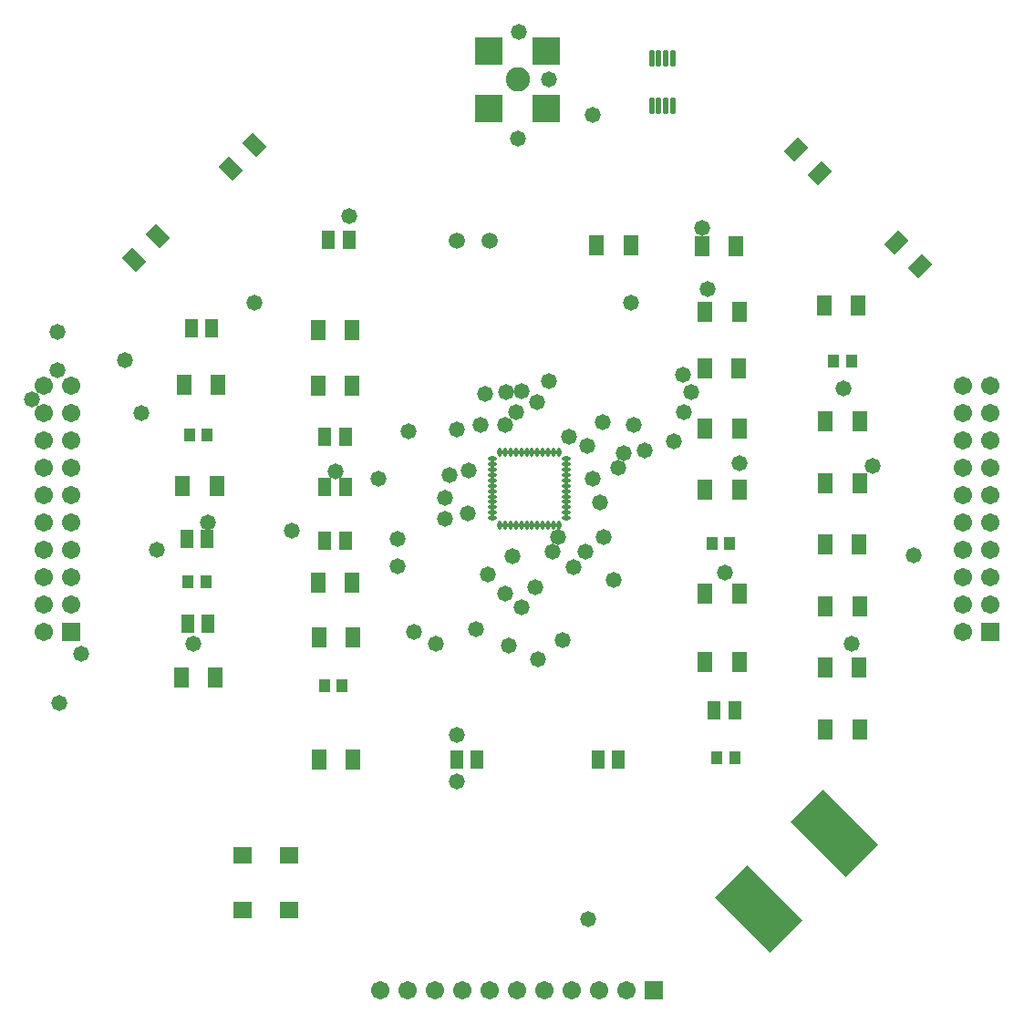
<source format=gts>
G04*
G04 #@! TF.GenerationSoftware,Altium Limited,Altium Designer,18.1.9 (240)*
G04*
G04 Layer_Color=8388736*
%FSLAX24Y24*%
%MOIN*%
G70*
G01*
G75*
G04:AMPARAMS|DCode=26|XSize=74.9mil|YSize=53.3mil|CornerRadius=0mil|HoleSize=0mil|Usage=FLASHONLY|Rotation=225.000|XOffset=0mil|YOffset=0mil|HoleType=Round|Shape=Rectangle|*
%AMROTATEDRECTD26*
4,1,4,0.0077,0.0453,0.0453,0.0077,-0.0077,-0.0453,-0.0453,-0.0077,0.0077,0.0453,0.0*
%
%ADD26ROTATEDRECTD26*%

G04:AMPARAMS|DCode=27|XSize=165.5mil|YSize=283.6mil|CornerRadius=0mil|HoleSize=0mil|Usage=FLASHONLY|Rotation=45.000|XOffset=0mil|YOffset=0mil|HoleType=Round|Shape=Rectangle|*
%AMROTATEDRECTD27*
4,1,4,0.0418,-0.1588,-0.1588,0.0418,-0.0418,0.1588,0.1588,-0.0418,0.0418,-0.1588,0.0*
%
%ADD27ROTATEDRECTD27*%

G04:AMPARAMS|DCode=28|XSize=74.9mil|YSize=53.3mil|CornerRadius=0mil|HoleSize=0mil|Usage=FLASHONLY|Rotation=135.000|XOffset=0mil|YOffset=0mil|HoleType=Round|Shape=Rectangle|*
%AMROTATEDRECTD28*
4,1,4,0.0453,-0.0077,0.0077,-0.0453,-0.0453,0.0077,-0.0077,0.0453,0.0453,-0.0077,0.0*
%
%ADD28ROTATEDRECTD28*%

%ADD29R,0.0430X0.0482*%
%ADD30R,0.0533X0.0749*%
%ADD31R,0.0513X0.0651*%
%ADD32O,0.0218X0.0611*%
%ADD33R,0.0651X0.0631*%
%ADD34O,0.0174X0.0316*%
%ADD35O,0.0316X0.0174*%
%ADD36R,0.1041X0.1041*%
%ADD37C,0.0887*%
%ADD38C,0.0592*%
%ADD39C,0.0671*%
%ADD40R,0.0671X0.0671*%
%ADD41R,0.0671X0.0671*%
%ADD42C,0.0580*%
D26*
X33100Y28700D02*
D03*
X33977Y27823D02*
D03*
X29450Y32100D02*
D03*
X30327Y31223D02*
D03*
D27*
X28066Y4316D02*
D03*
X30850Y7100D02*
D03*
D28*
X9650Y32250D02*
D03*
X8773Y31373D02*
D03*
X5250Y28050D02*
D03*
X6127Y28927D02*
D03*
D29*
X27019Y17700D02*
D03*
X26381D02*
D03*
X27200Y9850D02*
D03*
X26562D02*
D03*
X30831Y24350D02*
D03*
X31469D02*
D03*
X12850Y12500D02*
D03*
X12212D02*
D03*
X7231Y16300D02*
D03*
X7869D02*
D03*
X7919Y21650D02*
D03*
X7281D02*
D03*
D30*
X13220Y16250D02*
D03*
X11980D02*
D03*
X30530Y22150D02*
D03*
X31770D02*
D03*
X30530Y19900D02*
D03*
X31770D02*
D03*
X26130Y19650D02*
D03*
X27370D02*
D03*
X26010Y28550D02*
D03*
X27250D02*
D03*
X30530Y10900D02*
D03*
X31770D02*
D03*
X30530Y15400D02*
D03*
X31770D02*
D03*
X12010Y14250D02*
D03*
X13250D02*
D03*
X26130Y21900D02*
D03*
X27370D02*
D03*
X6980Y12800D02*
D03*
X8220D02*
D03*
X13250Y9800D02*
D03*
X12010D02*
D03*
X7030Y19800D02*
D03*
X8270D02*
D03*
X8320Y23500D02*
D03*
X7080D02*
D03*
X27370Y26150D02*
D03*
X26130D02*
D03*
X30480Y26400D02*
D03*
X31720D02*
D03*
X27370Y13350D02*
D03*
X26130D02*
D03*
X27370Y15850D02*
D03*
X26130D02*
D03*
X11983Y25500D02*
D03*
X13224D02*
D03*
X26100Y24100D02*
D03*
X27340D02*
D03*
X11983Y23450D02*
D03*
X13224D02*
D03*
X30500Y13150D02*
D03*
X31740D02*
D03*
X22160Y28600D02*
D03*
X23400D02*
D03*
X30500Y17650D02*
D03*
X31740D02*
D03*
D31*
X12974Y17800D02*
D03*
X12226D02*
D03*
X12974Y19750D02*
D03*
X12226D02*
D03*
X12974Y21600D02*
D03*
X12226D02*
D03*
X13100Y28800D02*
D03*
X12352D02*
D03*
X22950Y9800D02*
D03*
X22202D02*
D03*
X27200Y11600D02*
D03*
X26452D02*
D03*
X7199Y14750D02*
D03*
X7947D02*
D03*
X17798Y9800D02*
D03*
X17050D02*
D03*
X7176Y17850D02*
D03*
X7924D02*
D03*
X7350Y25550D02*
D03*
X8098D02*
D03*
D32*
X24166Y33674D02*
D03*
X24422D02*
D03*
X24678D02*
D03*
X24934D02*
D03*
X24166Y35426D02*
D03*
X24422D02*
D03*
X24678D02*
D03*
X24934D02*
D03*
D33*
X10900Y4300D02*
D03*
Y6300D02*
D03*
X9223Y4300D02*
D03*
Y6300D02*
D03*
D34*
X18617Y21039D02*
D03*
X18814D02*
D03*
X19011D02*
D03*
X19208D02*
D03*
X19405D02*
D03*
X19602D02*
D03*
X19798D02*
D03*
X19995D02*
D03*
X20192D02*
D03*
X20389D02*
D03*
X20586D02*
D03*
X20783D02*
D03*
Y18361D02*
D03*
X20586D02*
D03*
X20389D02*
D03*
X20192D02*
D03*
X19995D02*
D03*
X19798D02*
D03*
X19602D02*
D03*
X19405D02*
D03*
X19208D02*
D03*
X19011D02*
D03*
X18814D02*
D03*
X18617D02*
D03*
D35*
X21039Y20783D02*
D03*
Y20586D02*
D03*
Y20389D02*
D03*
Y20192D02*
D03*
Y19995D02*
D03*
Y19798D02*
D03*
Y19602D02*
D03*
Y19405D02*
D03*
Y19208D02*
D03*
Y19011D02*
D03*
Y18814D02*
D03*
Y18617D02*
D03*
X18361D02*
D03*
Y18814D02*
D03*
Y19011D02*
D03*
Y19208D02*
D03*
Y19405D02*
D03*
Y19602D02*
D03*
Y19798D02*
D03*
Y19995D02*
D03*
Y20192D02*
D03*
Y20389D02*
D03*
Y20586D02*
D03*
Y20783D02*
D03*
D36*
X18221Y33603D02*
D03*
Y35697D02*
D03*
X20315Y33603D02*
D03*
Y35697D02*
D03*
D37*
X19268Y34650D02*
D03*
D38*
X18260Y28750D02*
D03*
X17040D02*
D03*
D39*
X14250Y1350D02*
D03*
X15250D02*
D03*
X16250D02*
D03*
X17250D02*
D03*
X18250D02*
D03*
X19250D02*
D03*
X20250D02*
D03*
X21250D02*
D03*
X22250D02*
D03*
X23250D02*
D03*
X35550Y23450D02*
D03*
Y22450D02*
D03*
Y21450D02*
D03*
Y20450D02*
D03*
Y19450D02*
D03*
Y18450D02*
D03*
Y17450D02*
D03*
Y16450D02*
D03*
Y15450D02*
D03*
Y14450D02*
D03*
X36550Y23450D02*
D03*
Y22450D02*
D03*
Y21450D02*
D03*
Y20450D02*
D03*
Y19450D02*
D03*
Y18450D02*
D03*
Y17450D02*
D03*
Y16450D02*
D03*
Y15450D02*
D03*
X1950Y23450D02*
D03*
Y22450D02*
D03*
Y21450D02*
D03*
Y20450D02*
D03*
Y19450D02*
D03*
Y18450D02*
D03*
Y17450D02*
D03*
Y16450D02*
D03*
Y15450D02*
D03*
Y14450D02*
D03*
X2950Y23450D02*
D03*
Y22450D02*
D03*
Y21450D02*
D03*
Y20450D02*
D03*
Y19450D02*
D03*
Y18450D02*
D03*
Y17450D02*
D03*
Y16450D02*
D03*
Y15450D02*
D03*
D40*
X24250Y1350D02*
D03*
D41*
X36550Y14450D02*
D03*
X2950D02*
D03*
D42*
X20400Y34650D02*
D03*
X22000Y33350D02*
D03*
X19300Y36375D02*
D03*
X19268Y32500D02*
D03*
X17740Y14540D02*
D03*
X16600Y18600D02*
D03*
X9650Y26490D02*
D03*
X20010Y13440D02*
D03*
X2530Y11870D02*
D03*
X21750Y17400D02*
D03*
X21860Y3970D02*
D03*
X24970Y21430D02*
D03*
X25610Y23220D02*
D03*
X22270Y19205D02*
D03*
X23910Y21080D02*
D03*
X22000Y20070D02*
D03*
X21160Y21580D02*
D03*
X21830Y21250D02*
D03*
X17050Y21850D02*
D03*
X18850Y23231D02*
D03*
X20420Y23636D02*
D03*
X19995Y22850D02*
D03*
X17050Y10680D02*
D03*
X31475Y14035D02*
D03*
X16275Y14020D02*
D03*
X7410D02*
D03*
X11020Y18150D02*
D03*
X17480Y20340D02*
D03*
X14190Y20060D02*
D03*
X16600Y19370D02*
D03*
X15270Y21790D02*
D03*
X23140Y20980D02*
D03*
X27370Y20620D02*
D03*
X18170Y16540D02*
D03*
X14890Y16850D02*
D03*
X20550Y17380D02*
D03*
X18070Y23160D02*
D03*
X5520Y22440D02*
D03*
X17920Y22020D02*
D03*
X12600Y20326D02*
D03*
X25340Y22500D02*
D03*
X31180Y23370D02*
D03*
X26010Y29220D02*
D03*
X25310Y23850D02*
D03*
X20920Y14170D02*
D03*
X3320Y13660D02*
D03*
X2450Y25430D02*
D03*
X32250Y20510D02*
D03*
X22940Y20440D02*
D03*
X23510Y22010D02*
D03*
X4900Y24400D02*
D03*
X14890Y17850D02*
D03*
X20750Y17920D02*
D03*
X18960Y13970D02*
D03*
X19080Y17220D02*
D03*
X17439Y18800D02*
D03*
X22370Y22120D02*
D03*
X18830Y22030D02*
D03*
X21320Y16810D02*
D03*
X17050Y8980D02*
D03*
X15470Y14450D02*
D03*
X18830Y15870D02*
D03*
X19400Y15350D02*
D03*
X33740Y17260D02*
D03*
X19905Y16073D02*
D03*
X6090Y17450D02*
D03*
X16780Y20190D02*
D03*
X7940Y18460D02*
D03*
X19200Y22480D02*
D03*
X2450Y24030D02*
D03*
X13100Y29660D02*
D03*
X26230Y27000D02*
D03*
X1530Y22970D02*
D03*
X19420Y23250D02*
D03*
X22408Y17926D02*
D03*
X26850Y16620D02*
D03*
X22790Y16360D02*
D03*
X23400Y26490D02*
D03*
M02*

</source>
